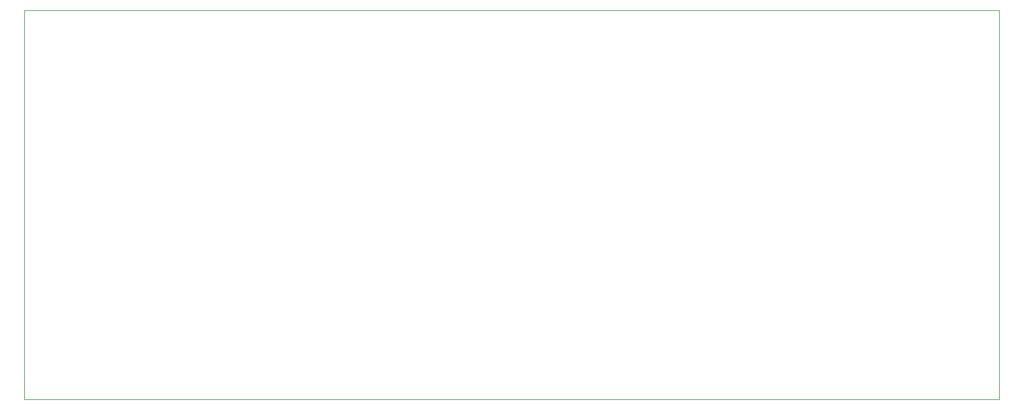
<source format=gbr>
G04 #@! TF.GenerationSoftware,KiCad,Pcbnew,(5.1.5-0-10_14)*
G04 #@! TF.CreationDate,2020-01-20T13:36:02-08:00*
G04 #@! TF.ProjectId,SpectrumAnayzerMini,53706563-7472-4756-9d41-6e61797a6572,rev?*
G04 #@! TF.SameCoordinates,Original*
G04 #@! TF.FileFunction,Profile,NP*
%FSLAX46Y46*%
G04 Gerber Fmt 4.6, Leading zero omitted, Abs format (unit mm)*
G04 Created by KiCad (PCBNEW (5.1.5-0-10_14)) date 2020-01-20 13:36:02*
%MOMM*%
%LPD*%
G04 APERTURE LIST*
%ADD10C,0.050000*%
G04 APERTURE END LIST*
D10*
X67310000Y-77851000D02*
X203200000Y-77851000D01*
X67310000Y-77851000D02*
X67310000Y-132207000D01*
X67310000Y-132207000D02*
X203200000Y-132207000D01*
X203200000Y-132207000D02*
X203200000Y-77851000D01*
M02*

</source>
